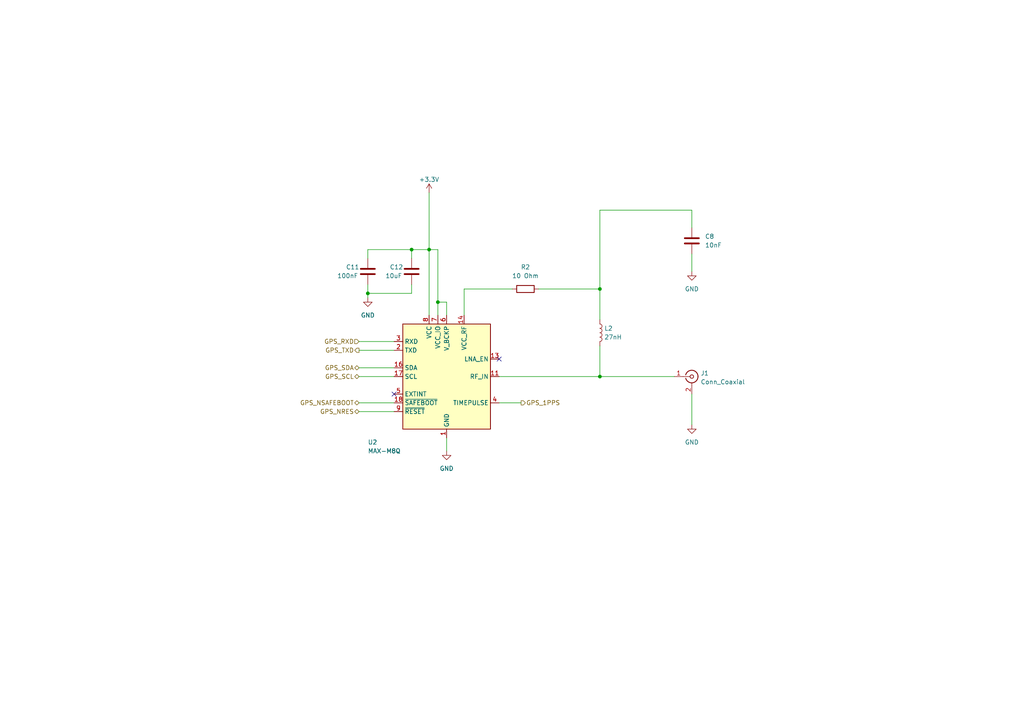
<source format=kicad_sch>
(kicad_sch (version 20211123) (generator eeschema)

  (uuid 69a392bd-f1da-437b-9f65-75776f3545dd)

  (paper "A4")

  (lib_symbols
    (symbol "Connector:Conn_Coaxial" (pin_names (offset 1.016) hide) (in_bom yes) (on_board yes)
      (property "Reference" "J" (id 0) (at 0.254 3.048 0)
        (effects (font (size 1.27 1.27)))
      )
      (property "Value" "Conn_Coaxial" (id 1) (at 2.921 0 90)
        (effects (font (size 1.27 1.27)))
      )
      (property "Footprint" "" (id 2) (at 0 0 0)
        (effects (font (size 1.27 1.27)) hide)
      )
      (property "Datasheet" " ~" (id 3) (at 0 0 0)
        (effects (font (size 1.27 1.27)) hide)
      )
      (property "ki_keywords" "BNC SMA SMB SMC LEMO coaxial connector CINCH RCA" (id 4) (at 0 0 0)
        (effects (font (size 1.27 1.27)) hide)
      )
      (property "ki_description" "coaxial connector (BNC, SMA, SMB, SMC, Cinch/RCA, LEMO, ...)" (id 5) (at 0 0 0)
        (effects (font (size 1.27 1.27)) hide)
      )
      (property "ki_fp_filters" "*BNC* *SMA* *SMB* *SMC* *Cinch* *LEMO*" (id 6) (at 0 0 0)
        (effects (font (size 1.27 1.27)) hide)
      )
      (symbol "Conn_Coaxial_0_1"
        (arc (start -1.778 -0.508) (mid 0.2311 -1.8066) (end 1.778 0)
          (stroke (width 0.254) (type default) (color 0 0 0 0))
          (fill (type none))
        )
        (polyline
          (pts
            (xy -2.54 0)
            (xy -0.508 0)
          )
          (stroke (width 0) (type default) (color 0 0 0 0))
          (fill (type none))
        )
        (polyline
          (pts
            (xy 0 -2.54)
            (xy 0 -1.778)
          )
          (stroke (width 0) (type default) (color 0 0 0 0))
          (fill (type none))
        )
        (circle (center 0 0) (radius 0.508)
          (stroke (width 0.2032) (type default) (color 0 0 0 0))
          (fill (type none))
        )
        (arc (start 1.778 0) (mid 0.2099 1.8101) (end -1.778 0.508)
          (stroke (width 0.254) (type default) (color 0 0 0 0))
          (fill (type none))
        )
      )
      (symbol "Conn_Coaxial_1_1"
        (pin passive line (at -5.08 0 0) (length 2.54)
          (name "In" (effects (font (size 1.27 1.27))))
          (number "1" (effects (font (size 1.27 1.27))))
        )
        (pin passive line (at 0 -5.08 90) (length 2.54)
          (name "Ext" (effects (font (size 1.27 1.27))))
          (number "2" (effects (font (size 1.27 1.27))))
        )
      )
    )
    (symbol "Device:C" (pin_numbers hide) (pin_names (offset 0.254)) (in_bom yes) (on_board yes)
      (property "Reference" "C" (id 0) (at 0.635 2.54 0)
        (effects (font (size 1.27 1.27)) (justify left))
      )
      (property "Value" "C" (id 1) (at 0.635 -2.54 0)
        (effects (font (size 1.27 1.27)) (justify left))
      )
      (property "Footprint" "" (id 2) (at 0.9652 -3.81 0)
        (effects (font (size 1.27 1.27)) hide)
      )
      (property "Datasheet" "~" (id 3) (at 0 0 0)
        (effects (font (size 1.27 1.27)) hide)
      )
      (property "ki_keywords" "cap capacitor" (id 4) (at 0 0 0)
        (effects (font (size 1.27 1.27)) hide)
      )
      (property "ki_description" "Unpolarized capacitor" (id 5) (at 0 0 0)
        (effects (font (size 1.27 1.27)) hide)
      )
      (property "ki_fp_filters" "C_*" (id 6) (at 0 0 0)
        (effects (font (size 1.27 1.27)) hide)
      )
      (symbol "C_0_1"
        (polyline
          (pts
            (xy -2.032 -0.762)
            (xy 2.032 -0.762)
          )
          (stroke (width 0.508) (type default) (color 0 0 0 0))
          (fill (type none))
        )
        (polyline
          (pts
            (xy -2.032 0.762)
            (xy 2.032 0.762)
          )
          (stroke (width 0.508) (type default) (color 0 0 0 0))
          (fill (type none))
        )
      )
      (symbol "C_1_1"
        (pin passive line (at 0 3.81 270) (length 2.794)
          (name "~" (effects (font (size 1.27 1.27))))
          (number "1" (effects (font (size 1.27 1.27))))
        )
        (pin passive line (at 0 -3.81 90) (length 2.794)
          (name "~" (effects (font (size 1.27 1.27))))
          (number "2" (effects (font (size 1.27 1.27))))
        )
      )
    )
    (symbol "Device:L" (pin_numbers hide) (pin_names (offset 1.016) hide) (in_bom yes) (on_board yes)
      (property "Reference" "L" (id 0) (at -1.27 0 90)
        (effects (font (size 1.27 1.27)))
      )
      (property "Value" "L" (id 1) (at 1.905 0 90)
        (effects (font (size 1.27 1.27)))
      )
      (property "Footprint" "" (id 2) (at 0 0 0)
        (effects (font (size 1.27 1.27)) hide)
      )
      (property "Datasheet" "~" (id 3) (at 0 0 0)
        (effects (font (size 1.27 1.27)) hide)
      )
      (property "ki_keywords" "inductor choke coil reactor magnetic" (id 4) (at 0 0 0)
        (effects (font (size 1.27 1.27)) hide)
      )
      (property "ki_description" "Inductor" (id 5) (at 0 0 0)
        (effects (font (size 1.27 1.27)) hide)
      )
      (property "ki_fp_filters" "Choke_* *Coil* Inductor_* L_*" (id 6) (at 0 0 0)
        (effects (font (size 1.27 1.27)) hide)
      )
      (symbol "L_0_1"
        (arc (start 0 -2.54) (mid 0.635 -1.905) (end 0 -1.27)
          (stroke (width 0) (type default) (color 0 0 0 0))
          (fill (type none))
        )
        (arc (start 0 -1.27) (mid 0.635 -0.635) (end 0 0)
          (stroke (width 0) (type default) (color 0 0 0 0))
          (fill (type none))
        )
        (arc (start 0 0) (mid 0.635 0.635) (end 0 1.27)
          (stroke (width 0) (type default) (color 0 0 0 0))
          (fill (type none))
        )
        (arc (start 0 1.27) (mid 0.635 1.905) (end 0 2.54)
          (stroke (width 0) (type default) (color 0 0 0 0))
          (fill (type none))
        )
      )
      (symbol "L_1_1"
        (pin passive line (at 0 3.81 270) (length 1.27)
          (name "1" (effects (font (size 1.27 1.27))))
          (number "1" (effects (font (size 1.27 1.27))))
        )
        (pin passive line (at 0 -3.81 90) (length 1.27)
          (name "2" (effects (font (size 1.27 1.27))))
          (number "2" (effects (font (size 1.27 1.27))))
        )
      )
    )
    (symbol "Device:R" (pin_numbers hide) (pin_names (offset 0)) (in_bom yes) (on_board yes)
      (property "Reference" "R" (id 0) (at 2.032 0 90)
        (effects (font (size 1.27 1.27)))
      )
      (property "Value" "R" (id 1) (at 0 0 90)
        (effects (font (size 1.27 1.27)))
      )
      (property "Footprint" "" (id 2) (at -1.778 0 90)
        (effects (font (size 1.27 1.27)) hide)
      )
      (property "Datasheet" "~" (id 3) (at 0 0 0)
        (effects (font (size 1.27 1.27)) hide)
      )
      (property "ki_keywords" "R res resistor" (id 4) (at 0 0 0)
        (effects (font (size 1.27 1.27)) hide)
      )
      (property "ki_description" "Resistor" (id 5) (at 0 0 0)
        (effects (font (size 1.27 1.27)) hide)
      )
      (property "ki_fp_filters" "R_*" (id 6) (at 0 0 0)
        (effects (font (size 1.27 1.27)) hide)
      )
      (symbol "R_0_1"
        (rectangle (start -1.016 -2.54) (end 1.016 2.54)
          (stroke (width 0.254) (type default) (color 0 0 0 0))
          (fill (type none))
        )
      )
      (symbol "R_1_1"
        (pin passive line (at 0 3.81 270) (length 1.27)
          (name "~" (effects (font (size 1.27 1.27))))
          (number "1" (effects (font (size 1.27 1.27))))
        )
        (pin passive line (at 0 -3.81 90) (length 1.27)
          (name "~" (effects (font (size 1.27 1.27))))
          (number "2" (effects (font (size 1.27 1.27))))
        )
      )
    )
    (symbol "RF_GPS:MAX-M8Q" (in_bom yes) (on_board yes)
      (property "Reference" "U" (id 0) (at -10.16 16.51 0)
        (effects (font (size 1.27 1.27)))
      )
      (property "Value" "MAX-M8Q" (id 1) (at 11.43 16.51 0)
        (effects (font (size 1.27 1.27)))
      )
      (property "Footprint" "RF_GPS:ublox_MAX" (id 2) (at 10.16 -16.51 0)
        (effects (font (size 1.27 1.27)) hide)
      )
      (property "Datasheet" "https://www.u-blox.com/sites/default/files/MAX-M8-FW3_DataSheet_%28UBX-15031506%29.pdf" (id 3) (at 0 0 0)
        (effects (font (size 1.27 1.27)) hide)
      )
      (property "ki_keywords" "ublox GPS GNSS module" (id 4) (at 0 0 0)
        (effects (font (size 1.27 1.27)) hide)
      )
      (property "ki_description" "GNSS Module MAX M8, VCC 2.7V to 3.6V" (id 5) (at 0 0 0)
        (effects (font (size 1.27 1.27)) hide)
      )
      (property "ki_fp_filters" "ublox*MAX*" (id 6) (at 0 0 0)
        (effects (font (size 1.27 1.27)) hide)
      )
      (symbol "MAX-M8Q_0_1"
        (rectangle (start 12.7 15.24) (end -12.7 -15.24)
          (stroke (width 0.254) (type default) (color 0 0 0 0))
          (fill (type background))
        )
      )
      (symbol "MAX-M8Q_1_1"
        (pin power_in line (at 0 -17.78 90) (length 2.54)
          (name "GND" (effects (font (size 1.27 1.27))))
          (number "1" (effects (font (size 1.27 1.27))))
        )
        (pin passive line (at 0 -17.78 90) (length 2.54) hide
          (name "GND" (effects (font (size 1.27 1.27))))
          (number "10" (effects (font (size 1.27 1.27))))
        )
        (pin input line (at 15.24 0 180) (length 2.54)
          (name "RF_IN" (effects (font (size 1.27 1.27))))
          (number "11" (effects (font (size 1.27 1.27))))
        )
        (pin passive line (at 0 -17.78 90) (length 2.54) hide
          (name "GND" (effects (font (size 1.27 1.27))))
          (number "12" (effects (font (size 1.27 1.27))))
        )
        (pin output line (at 15.24 5.08 180) (length 2.54)
          (name "LNA_EN" (effects (font (size 1.27 1.27))))
          (number "13" (effects (font (size 1.27 1.27))))
        )
        (pin power_out line (at 5.08 17.78 270) (length 2.54)
          (name "VCC_RF" (effects (font (size 1.27 1.27))))
          (number "14" (effects (font (size 1.27 1.27))))
        )
        (pin no_connect line (at 12.7 -5.08 180) (length 2.54) hide
          (name "Reserved" (effects (font (size 1.27 1.27))))
          (number "15" (effects (font (size 1.27 1.27))))
        )
        (pin bidirectional line (at -15.24 2.54 0) (length 2.54)
          (name "SDA" (effects (font (size 1.27 1.27))))
          (number "16" (effects (font (size 1.27 1.27))))
        )
        (pin input line (at -15.24 0 0) (length 2.54)
          (name "SCL" (effects (font (size 1.27 1.27))))
          (number "17" (effects (font (size 1.27 1.27))))
        )
        (pin input line (at -15.24 -7.62 0) (length 2.54)
          (name "~{SAFEBOOT}" (effects (font (size 1.27 1.27))))
          (number "18" (effects (font (size 1.27 1.27))))
        )
        (pin output line (at -15.24 7.62 0) (length 2.54)
          (name "TXD" (effects (font (size 1.27 1.27))))
          (number "2" (effects (font (size 1.27 1.27))))
        )
        (pin input line (at -15.24 10.16 0) (length 2.54)
          (name "RXD" (effects (font (size 1.27 1.27))))
          (number "3" (effects (font (size 1.27 1.27))))
        )
        (pin output line (at 15.24 -7.62 180) (length 2.54)
          (name "TIMEPULSE" (effects (font (size 1.27 1.27))))
          (number "4" (effects (font (size 1.27 1.27))))
        )
        (pin input line (at -15.24 -5.08 0) (length 2.54)
          (name "EXTINT" (effects (font (size 1.27 1.27))))
          (number "5" (effects (font (size 1.27 1.27))))
        )
        (pin power_in line (at 0 17.78 270) (length 2.54)
          (name "V_BCKP" (effects (font (size 1.27 1.27))))
          (number "6" (effects (font (size 1.27 1.27))))
        )
        (pin power_in line (at -2.54 17.78 270) (length 2.54)
          (name "VCC_IO" (effects (font (size 1.27 1.27))))
          (number "7" (effects (font (size 1.27 1.27))))
        )
        (pin power_in line (at -5.08 17.78 270) (length 2.54)
          (name "VCC" (effects (font (size 1.27 1.27))))
          (number "8" (effects (font (size 1.27 1.27))))
        )
        (pin input line (at -15.24 -10.16 0) (length 2.54)
          (name "~{RESET}" (effects (font (size 1.27 1.27))))
          (number "9" (effects (font (size 1.27 1.27))))
        )
      )
    )
    (symbol "power:+3.3V" (power) (pin_names (offset 0)) (in_bom yes) (on_board yes)
      (property "Reference" "#PWR" (id 0) (at 0 -3.81 0)
        (effects (font (size 1.27 1.27)) hide)
      )
      (property "Value" "+3.3V" (id 1) (at 0 3.556 0)
        (effects (font (size 1.27 1.27)))
      )
      (property "Footprint" "" (id 2) (at 0 0 0)
        (effects (font (size 1.27 1.27)) hide)
      )
      (property "Datasheet" "" (id 3) (at 0 0 0)
        (effects (font (size 1.27 1.27)) hide)
      )
      (property "ki_keywords" "power-flag" (id 4) (at 0 0 0)
        (effects (font (size 1.27 1.27)) hide)
      )
      (property "ki_description" "Power symbol creates a global label with name \"+3.3V\"" (id 5) (at 0 0 0)
        (effects (font (size 1.27 1.27)) hide)
      )
      (symbol "+3.3V_0_1"
        (polyline
          (pts
            (xy -0.762 1.27)
            (xy 0 2.54)
          )
          (stroke (width 0) (type default) (color 0 0 0 0))
          (fill (type none))
        )
        (polyline
          (pts
            (xy 0 0)
            (xy 0 2.54)
          )
          (stroke (width 0) (type default) (color 0 0 0 0))
          (fill (type none))
        )
        (polyline
          (pts
            (xy 0 2.54)
            (xy 0.762 1.27)
          )
          (stroke (width 0) (type default) (color 0 0 0 0))
          (fill (type none))
        )
      )
      (symbol "+3.3V_1_1"
        (pin power_in line (at 0 0 90) (length 0) hide
          (name "+3.3V" (effects (font (size 1.27 1.27))))
          (number "1" (effects (font (size 1.27 1.27))))
        )
      )
    )
    (symbol "power:GND" (power) (pin_names (offset 0)) (in_bom yes) (on_board yes)
      (property "Reference" "#PWR" (id 0) (at 0 -6.35 0)
        (effects (font (size 1.27 1.27)) hide)
      )
      (property "Value" "GND" (id 1) (at 0 -3.81 0)
        (effects (font (size 1.27 1.27)))
      )
      (property "Footprint" "" (id 2) (at 0 0 0)
        (effects (font (size 1.27 1.27)) hide)
      )
      (property "Datasheet" "" (id 3) (at 0 0 0)
        (effects (font (size 1.27 1.27)) hide)
      )
      (property "ki_keywords" "power-flag" (id 4) (at 0 0 0)
        (effects (font (size 1.27 1.27)) hide)
      )
      (property "ki_description" "Power symbol creates a global label with name \"GND\" , ground" (id 5) (at 0 0 0)
        (effects (font (size 1.27 1.27)) hide)
      )
      (symbol "GND_0_1"
        (polyline
          (pts
            (xy 0 0)
            (xy 0 -1.27)
            (xy 1.27 -1.27)
            (xy 0 -2.54)
            (xy -1.27 -1.27)
            (xy 0 -1.27)
          )
          (stroke (width 0) (type default) (color 0 0 0 0))
          (fill (type none))
        )
      )
      (symbol "GND_1_1"
        (pin power_in line (at 0 0 270) (length 0) hide
          (name "GND" (effects (font (size 1.27 1.27))))
          (number "1" (effects (font (size 1.27 1.27))))
        )
      )
    )
  )

  (junction (at 127 87.63) (diameter 0) (color 0 0 0 0)
    (uuid 083cb068-0e57-44af-800a-073804f5bcea)
  )
  (junction (at 124.46 72.39) (diameter 0) (color 0 0 0 0)
    (uuid 2e027ad4-2d9d-455a-8c95-3695ae46c58d)
  )
  (junction (at 106.68 85.09) (diameter 0) (color 0 0 0 0)
    (uuid 72402d14-0227-4ea9-a693-2397a7d6721d)
  )
  (junction (at 173.99 109.22) (diameter 0) (color 0 0 0 0)
    (uuid 8871d507-266e-4101-9c23-9d34ed1a60d1)
  )
  (junction (at 173.99 83.82) (diameter 0) (color 0 0 0 0)
    (uuid 8a2e251b-1365-4ce4-a230-ff8a78352e7e)
  )
  (junction (at 119.38 72.39) (diameter 0) (color 0 0 0 0)
    (uuid db147431-c330-4dbf-a82c-e8788cfb6c30)
  )

  (no_connect (at 114.3 114.3) (uuid 1fd3a9a7-7927-43c8-903d-ef8b97b8576c))
  (no_connect (at 144.78 104.14) (uuid c91df111-e5b2-4cbc-af0d-b2578b9c6566))

  (wire (pts (xy 124.46 55.88) (xy 124.46 72.39))
    (stroke (width 0) (type default) (color 0 0 0 0))
    (uuid 079bae5f-0fc2-44b3-80dc-3e6b1dde0740)
  )
  (wire (pts (xy 173.99 109.22) (xy 195.58 109.22))
    (stroke (width 0) (type default) (color 0 0 0 0))
    (uuid 10dd0dbf-1539-4a1d-8523-13ec1a9389ce)
  )
  (wire (pts (xy 173.99 60.96) (xy 173.99 83.82))
    (stroke (width 0) (type default) (color 0 0 0 0))
    (uuid 2b8dc5d2-b1de-4b9d-9255-3ff301c7a9b6)
  )
  (wire (pts (xy 156.21 83.82) (xy 173.99 83.82))
    (stroke (width 0) (type default) (color 0 0 0 0))
    (uuid 32bbce21-86c9-46ff-8c8b-0bc00af67a82)
  )
  (wire (pts (xy 200.66 78.74) (xy 200.66 73.66))
    (stroke (width 0) (type default) (color 0 0 0 0))
    (uuid 4d4d932e-e075-4295-aa07-b6b6717a50f5)
  )
  (wire (pts (xy 104.14 119.38) (xy 114.3 119.38))
    (stroke (width 0) (type default) (color 0 0 0 0))
    (uuid 50ded808-2b36-46de-a579-3b840dc754bd)
  )
  (wire (pts (xy 104.14 109.22) (xy 114.3 109.22))
    (stroke (width 0) (type default) (color 0 0 0 0))
    (uuid 675a3a88-1596-4e5e-96cc-8147e5d80dd0)
  )
  (wire (pts (xy 106.68 72.39) (xy 119.38 72.39))
    (stroke (width 0) (type default) (color 0 0 0 0))
    (uuid 6a50fe22-09ef-4af4-b78a-44833558f29a)
  )
  (wire (pts (xy 200.66 60.96) (xy 173.99 60.96))
    (stroke (width 0) (type default) (color 0 0 0 0))
    (uuid 6d997f26-e0d6-4c87-bb44-69628e49099b)
  )
  (wire (pts (xy 144.78 116.84) (xy 151.13 116.84))
    (stroke (width 0) (type default) (color 0 0 0 0))
    (uuid 778e6638-4696-4484-b044-4d8b2d3d13d9)
  )
  (wire (pts (xy 129.54 127) (xy 129.54 130.81))
    (stroke (width 0) (type default) (color 0 0 0 0))
    (uuid 81a2d59f-dafc-465a-8d0c-a9ccb1e072dc)
  )
  (wire (pts (xy 173.99 83.82) (xy 173.99 92.71))
    (stroke (width 0) (type default) (color 0 0 0 0))
    (uuid 822f1081-65ab-42c6-9f12-3768fca08ad9)
  )
  (wire (pts (xy 124.46 72.39) (xy 127 72.39))
    (stroke (width 0) (type default) (color 0 0 0 0))
    (uuid 83329656-9ad3-49d5-b752-cb3fffc9561c)
  )
  (wire (pts (xy 173.99 100.33) (xy 173.99 109.22))
    (stroke (width 0) (type default) (color 0 0 0 0))
    (uuid 87712b1c-feca-494d-9f21-7626c6f3f2e7)
  )
  (wire (pts (xy 104.14 101.6) (xy 114.3 101.6))
    (stroke (width 0) (type default) (color 0 0 0 0))
    (uuid 89d23b75-cb5d-4fa0-889f-c3389a5608f6)
  )
  (wire (pts (xy 104.14 116.84) (xy 114.3 116.84))
    (stroke (width 0) (type default) (color 0 0 0 0))
    (uuid 8c95345b-3d48-4dd1-9e61-76355646a742)
  )
  (wire (pts (xy 104.14 99.06) (xy 114.3 99.06))
    (stroke (width 0) (type default) (color 0 0 0 0))
    (uuid 915c2ad9-eb15-4388-967a-8e2258eff91c)
  )
  (wire (pts (xy 134.62 83.82) (xy 148.59 83.82))
    (stroke (width 0) (type default) (color 0 0 0 0))
    (uuid 923b24dc-4a88-4115-83cd-0a7f03278332)
  )
  (wire (pts (xy 127 87.63) (xy 129.54 87.63))
    (stroke (width 0) (type default) (color 0 0 0 0))
    (uuid 93b5ef09-137d-4768-b0cb-5fad7fe25f3c)
  )
  (wire (pts (xy 104.14 106.68) (xy 114.3 106.68))
    (stroke (width 0) (type default) (color 0 0 0 0))
    (uuid a37ec138-04dd-44c4-a485-09182367483e)
  )
  (wire (pts (xy 129.54 87.63) (xy 129.54 91.44))
    (stroke (width 0) (type default) (color 0 0 0 0))
    (uuid a4a1cda9-ef9a-4271-b57d-d2ff2ab95a09)
  )
  (wire (pts (xy 106.68 74.93) (xy 106.68 72.39))
    (stroke (width 0) (type default) (color 0 0 0 0))
    (uuid a7645b92-121c-4bfb-b087-7d1e3cc5ab37)
  )
  (wire (pts (xy 127 72.39) (xy 127 87.63))
    (stroke (width 0) (type default) (color 0 0 0 0))
    (uuid ae3fa662-71a6-4094-9da6-b233d5107ba3)
  )
  (wire (pts (xy 127 87.63) (xy 127 91.44))
    (stroke (width 0) (type default) (color 0 0 0 0))
    (uuid b5a47c83-7d03-4840-9f4f-945caf378e31)
  )
  (wire (pts (xy 119.38 72.39) (xy 124.46 72.39))
    (stroke (width 0) (type default) (color 0 0 0 0))
    (uuid bef98afc-967e-4221-b5ee-a168323bfded)
  )
  (wire (pts (xy 144.78 109.22) (xy 173.99 109.22))
    (stroke (width 0) (type default) (color 0 0 0 0))
    (uuid c2e1c822-0c08-4b37-acfe-e237154290f4)
  )
  (wire (pts (xy 119.38 72.39) (xy 119.38 74.93))
    (stroke (width 0) (type default) (color 0 0 0 0))
    (uuid c6ab68bc-8f00-42a8-82d1-d524b8bca75e)
  )
  (wire (pts (xy 200.66 66.04) (xy 200.66 60.96))
    (stroke (width 0) (type default) (color 0 0 0 0))
    (uuid c70385c9-04bc-4eb2-94f7-751d24fa9467)
  )
  (wire (pts (xy 134.62 91.44) (xy 134.62 83.82))
    (stroke (width 0) (type default) (color 0 0 0 0))
    (uuid c940c9ec-350a-42e0-b533-21cd46be0b22)
  )
  (wire (pts (xy 106.68 85.09) (xy 106.68 82.55))
    (stroke (width 0) (type default) (color 0 0 0 0))
    (uuid d44b6def-9f11-4187-99d2-6d99587ae825)
  )
  (wire (pts (xy 200.66 114.3) (xy 200.66 123.19))
    (stroke (width 0) (type default) (color 0 0 0 0))
    (uuid e481bb14-8257-4759-8445-483f51ec386c)
  )
  (wire (pts (xy 106.68 85.09) (xy 119.38 85.09))
    (stroke (width 0) (type default) (color 0 0 0 0))
    (uuid ea41e662-e471-4cbc-9b7a-22ad816c7078)
  )
  (wire (pts (xy 124.46 91.44) (xy 124.46 72.39))
    (stroke (width 0) (type default) (color 0 0 0 0))
    (uuid ea598b76-b5f0-4e02-857f-26474ad8fe2c)
  )
  (wire (pts (xy 119.38 82.55) (xy 119.38 85.09))
    (stroke (width 0) (type default) (color 0 0 0 0))
    (uuid eda5cbcc-aedb-42d6-889c-56d396bbf5d2)
  )
  (wire (pts (xy 106.68 86.36) (xy 106.68 85.09))
    (stroke (width 0) (type default) (color 0 0 0 0))
    (uuid f76099e4-6318-4463-8b53-1a1a9769b703)
  )

  (hierarchical_label "GPS_RXD" (shape input) (at 104.14 99.06 180)
    (effects (font (size 1.27 1.27)) (justify right))
    (uuid 0a032e4c-9e54-4407-9cd1-f6fb697ce6ae)
  )
  (hierarchical_label "GPS_SCL" (shape bidirectional) (at 104.14 109.22 180)
    (effects (font (size 1.27 1.27)) (justify right))
    (uuid 3e0c75a2-57c8-4bcd-aa89-ffa9be7159bc)
  )
  (hierarchical_label "GPS_1PPS" (shape output) (at 151.13 116.84 0)
    (effects (font (size 1.27 1.27)) (justify left))
    (uuid 445662bb-6e60-49f8-b89e-c77a60208067)
  )
  (hierarchical_label "GPS_NSAFEBOOT" (shape bidirectional) (at 104.14 116.84 180)
    (effects (font (size 1.27 1.27)) (justify right))
    (uuid 474a3497-c947-4ca3-a136-9ac320353ad8)
  )
  (hierarchical_label "GPS_NRES" (shape bidirectional) (at 104.14 119.38 180)
    (effects (font (size 1.27 1.27)) (justify right))
    (uuid bbf95f7e-4d1f-4c24-b04c-7dd83643ec9b)
  )
  (hierarchical_label "GPS_TXD" (shape output) (at 104.14 101.6 180)
    (effects (font (size 1.27 1.27)) (justify right))
    (uuid c7d1122e-453d-4937-ad37-794f0f2343af)
  )
  (hierarchical_label "GPS_SDA" (shape bidirectional) (at 104.14 106.68 180)
    (effects (font (size 1.27 1.27)) (justify right))
    (uuid e1efc624-2b90-446e-9231-12bea3ff5fb0)
  )

  (symbol (lib_id "power:GND") (at 200.66 123.19 0) (unit 1)
    (in_bom yes) (on_board yes) (fields_autoplaced)
    (uuid 1810412a-ed5b-4bb4-a68f-47225649fa88)
    (property "Reference" "#PWR0103" (id 0) (at 200.66 129.54 0)
      (effects (font (size 1.27 1.27)) hide)
    )
    (property "Value" "GND" (id 1) (at 200.66 128.27 0))
    (property "Footprint" "" (id 2) (at 200.66 123.19 0)
      (effects (font (size 1.27 1.27)) hide)
    )
    (property "Datasheet" "" (id 3) (at 200.66 123.19 0)
      (effects (font (size 1.27 1.27)) hide)
    )
    (pin "1" (uuid 4c2adb3f-04ea-4907-b423-030e7130121e))
  )

  (symbol (lib_id "RF_GPS:MAX-M8Q") (at 129.54 109.22 0) (unit 1)
    (in_bom yes) (on_board yes)
    (uuid 27cbbdd0-0532-474f-b527-ac1257ddb455)
    (property "Reference" "U2" (id 0) (at 106.68 128.27 0)
      (effects (font (size 1.27 1.27)) (justify left))
    )
    (property "Value" "MAX-M8Q" (id 1) (at 106.68 130.81 0)
      (effects (font (size 1.27 1.27)) (justify left))
    )
    (property "Footprint" "RF_GPS:ublox_MAX" (id 2) (at 139.7 125.73 0)
      (effects (font (size 1.27 1.27)) hide)
    )
    (property "Datasheet" "https://www.u-blox.com/sites/default/files/MAX-M8-FW3_DataSheet_%28UBX-15031506%29.pdf" (id 3) (at 129.54 109.22 0)
      (effects (font (size 1.27 1.27)) hide)
    )
    (pin "1" (uuid 4e69e382-29c4-4b59-ac67-cf9cd71c8cbc))
    (pin "10" (uuid 11f0e253-4e62-45d3-b816-70b79bcba3a7))
    (pin "11" (uuid c3945a33-b39c-4f9b-8ea9-213d9e1da9de))
    (pin "12" (uuid 01682646-fcd0-4fb4-acda-af8249c61880))
    (pin "13" (uuid c53b4446-3cb8-4b69-b706-60d67e38a538))
    (pin "14" (uuid 0f3eb7a5-c658-4f6d-85a8-af8bd2c9c7dc))
    (pin "15" (uuid caccb96d-876e-4d0e-bff8-2d70a39b48ef))
    (pin "16" (uuid cb399816-9c19-40c2-8a1c-69844872cd79))
    (pin "17" (uuid 1b1d8230-a961-4a97-92d5-8942bb238b39))
    (pin "18" (uuid df864be9-764d-4e25-bed1-9132bc2e10a2))
    (pin "2" (uuid 623c6ee5-f48c-4c56-84d3-1a374a0247f1))
    (pin "3" (uuid d5e5a3f8-e2bb-4779-aa4e-7d0ac869114d))
    (pin "4" (uuid 8537d8e4-3e7a-4740-b4c0-244d41d33032))
    (pin "5" (uuid d727c2ff-f66d-4a89-8f33-c3e669d05a0c))
    (pin "6" (uuid 8537ac9b-d7f4-4c94-a3a6-b784f48cbe39))
    (pin "7" (uuid 1c99890d-df00-4424-96e5-661bf96355c4))
    (pin "8" (uuid 541d94df-9722-4218-a69c-72bb8a5440f0))
    (pin "9" (uuid 3b64b9d9-1246-48be-a3d0-c53ca278669c))
  )

  (symbol (lib_id "power:GND") (at 200.66 78.74 0) (unit 1)
    (in_bom yes) (on_board yes) (fields_autoplaced)
    (uuid 57c20c7f-3f98-4653-9bfc-208f45e6923e)
    (property "Reference" "#PWR0102" (id 0) (at 200.66 85.09 0)
      (effects (font (size 1.27 1.27)) hide)
    )
    (property "Value" "GND" (id 1) (at 200.66 83.82 0))
    (property "Footprint" "" (id 2) (at 200.66 78.74 0)
      (effects (font (size 1.27 1.27)) hide)
    )
    (property "Datasheet" "" (id 3) (at 200.66 78.74 0)
      (effects (font (size 1.27 1.27)) hide)
    )
    (pin "1" (uuid 4c542c59-8229-4887-91f4-cf410de0c19d))
  )

  (symbol (lib_id "Connector:Conn_Coaxial") (at 200.66 109.22 0) (unit 1)
    (in_bom yes) (on_board yes) (fields_autoplaced)
    (uuid 644fd1d5-0dd9-4b76-a36d-ddb1fb52a7b6)
    (property "Reference" "J1" (id 0) (at 203.2 108.2431 0)
      (effects (font (size 1.27 1.27)) (justify left))
    )
    (property "Value" "Conn_Coaxial" (id 1) (at 203.2 110.7831 0)
      (effects (font (size 1.27 1.27)) (justify left))
    )
    (property "Footprint" "" (id 2) (at 200.66 109.22 0)
      (effects (font (size 1.27 1.27)) hide)
    )
    (property "Datasheet" " ~" (id 3) (at 200.66 109.22 0)
      (effects (font (size 1.27 1.27)) hide)
    )
    (pin "1" (uuid 0354c0f8-340c-4a06-a708-4d6160f098fe))
    (pin "2" (uuid 917d965a-fec1-4e23-b46f-4cafeb208c7c))
  )

  (symbol (lib_id "power:GND") (at 106.68 86.36 0) (unit 1)
    (in_bom yes) (on_board yes) (fields_autoplaced)
    (uuid 787599bc-6028-438c-b2ca-5c1b4553be29)
    (property "Reference" "#PWR0105" (id 0) (at 106.68 92.71 0)
      (effects (font (size 1.27 1.27)) hide)
    )
    (property "Value" "GND" (id 1) (at 106.68 91.44 0))
    (property "Footprint" "" (id 2) (at 106.68 86.36 0)
      (effects (font (size 1.27 1.27)) hide)
    )
    (property "Datasheet" "" (id 3) (at 106.68 86.36 0)
      (effects (font (size 1.27 1.27)) hide)
    )
    (pin "1" (uuid 63e18c84-4c5b-4a40-96db-e02f39f33cda))
  )

  (symbol (lib_id "power:+3.3V") (at 124.46 55.88 0) (unit 1)
    (in_bom yes) (on_board yes)
    (uuid 7d81221c-e9ab-48af-b7d7-1815223804b6)
    (property "Reference" "#PWR0104" (id 0) (at 124.46 59.69 0)
      (effects (font (size 1.27 1.27)) hide)
    )
    (property "Value" "+3.3V" (id 1) (at 124.46 52.07 0))
    (property "Footprint" "" (id 2) (at 124.46 55.88 0)
      (effects (font (size 1.27 1.27)) hide)
    )
    (property "Datasheet" "" (id 3) (at 124.46 55.88 0)
      (effects (font (size 1.27 1.27)) hide)
    )
    (pin "1" (uuid af6f5174-91fd-4462-b340-fda5e9610566))
  )

  (symbol (lib_id "Device:C") (at 106.68 78.74 0) (unit 1)
    (in_bom yes) (on_board yes)
    (uuid 84f3c0dc-174b-42b2-b519-5c117804d11a)
    (property "Reference" "C11" (id 0) (at 100.33 77.47 0)
      (effects (font (size 1.27 1.27)) (justify left))
    )
    (property "Value" "100nF" (id 1) (at 97.79 80.01 0)
      (effects (font (size 1.27 1.27)) (justify left))
    )
    (property "Footprint" "" (id 2) (at 107.6452 82.55 0)
      (effects (font (size 1.27 1.27)) hide)
    )
    (property "Datasheet" "~" (id 3) (at 106.68 78.74 0)
      (effects (font (size 1.27 1.27)) hide)
    )
    (pin "1" (uuid b7a2525a-8306-46a8-9ed1-133f6b348ad1))
    (pin "2" (uuid 6a7172f3-0cd1-4052-b9fb-c96b55426439))
  )

  (symbol (lib_id "Device:C") (at 119.38 78.74 0) (unit 1)
    (in_bom yes) (on_board yes)
    (uuid 9acf1ab0-855e-486d-a4e4-205d12488aa1)
    (property "Reference" "C12" (id 0) (at 113.03 77.47 0)
      (effects (font (size 1.27 1.27)) (justify left))
    )
    (property "Value" "10uF" (id 1) (at 111.76 80.01 0)
      (effects (font (size 1.27 1.27)) (justify left))
    )
    (property "Footprint" "" (id 2) (at 120.3452 82.55 0)
      (effects (font (size 1.27 1.27)) hide)
    )
    (property "Datasheet" "~" (id 3) (at 119.38 78.74 0)
      (effects (font (size 1.27 1.27)) hide)
    )
    (pin "1" (uuid 34a090b8-bb63-40be-947b-b828ad7d8666))
    (pin "2" (uuid 77dcb014-cfaa-489c-8c80-21dbd76cea19))
  )

  (symbol (lib_id "Device:R") (at 152.4 83.82 90) (unit 1)
    (in_bom yes) (on_board yes) (fields_autoplaced)
    (uuid a2c4cb1e-ae3b-4df8-bf5e-ecdaac4fa95d)
    (property "Reference" "R2" (id 0) (at 152.4 77.47 90))
    (property "Value" "10 Ohm" (id 1) (at 152.4 80.01 90))
    (property "Footprint" "" (id 2) (at 152.4 85.598 90)
      (effects (font (size 1.27 1.27)) hide)
    )
    (property "Datasheet" "~" (id 3) (at 152.4 83.82 0)
      (effects (font (size 1.27 1.27)) hide)
    )
    (pin "1" (uuid 533671cc-d221-43ba-9dc2-13a210ba06ad))
    (pin "2" (uuid c37e6036-5cdc-4fc3-a79c-7a397e20a411))
  )

  (symbol (lib_id "Device:C") (at 200.66 69.85 0) (unit 1)
    (in_bom yes) (on_board yes) (fields_autoplaced)
    (uuid b16e5f76-da13-4db4-9b9e-1edca3725b44)
    (property "Reference" "C8" (id 0) (at 204.47 68.5799 0)
      (effects (font (size 1.27 1.27)) (justify left))
    )
    (property "Value" "10nF" (id 1) (at 204.47 71.1199 0)
      (effects (font (size 1.27 1.27)) (justify left))
    )
    (property "Footprint" "" (id 2) (at 201.6252 73.66 0)
      (effects (font (size 1.27 1.27)) hide)
    )
    (property "Datasheet" "~" (id 3) (at 200.66 69.85 0)
      (effects (font (size 1.27 1.27)) hide)
    )
    (pin "1" (uuid 0e799b22-2a7c-4a09-87a0-6821710b0a24))
    (pin "2" (uuid 3799f08c-cc04-4b6c-9711-0dd3456ae5f2))
  )

  (symbol (lib_id "power:GND") (at 129.54 130.81 0) (unit 1)
    (in_bom yes) (on_board yes) (fields_autoplaced)
    (uuid d87f6ea3-c060-42a5-97a0-420a1c921045)
    (property "Reference" "#PWR0101" (id 0) (at 129.54 137.16 0)
      (effects (font (size 1.27 1.27)) hide)
    )
    (property "Value" "GND" (id 1) (at 129.54 135.89 0))
    (property "Footprint" "" (id 2) (at 129.54 130.81 0)
      (effects (font (size 1.27 1.27)) hide)
    )
    (property "Datasheet" "" (id 3) (at 129.54 130.81 0)
      (effects (font (size 1.27 1.27)) hide)
    )
    (pin "1" (uuid 6ce9b92e-a712-4b48-9075-615d4e3ec7ae))
  )

  (symbol (lib_id "Device:L") (at 173.99 96.52 0) (unit 1)
    (in_bom yes) (on_board yes) (fields_autoplaced)
    (uuid ebba5298-8112-4586-9cf1-e4f498da6ef8)
    (property "Reference" "L2" (id 0) (at 175.26 95.2499 0)
      (effects (font (size 1.27 1.27)) (justify left))
    )
    (property "Value" "27nH" (id 1) (at 175.26 97.7899 0)
      (effects (font (size 1.27 1.27)) (justify left))
    )
    (property "Footprint" "" (id 2) (at 173.99 96.52 0)
      (effects (font (size 1.27 1.27)) hide)
    )
    (property "Datasheet" "~" (id 3) (at 173.99 96.52 0)
      (effects (font (size 1.27 1.27)) hide)
    )
    (pin "1" (uuid 7de61673-393f-4235-8195-d5da7972db46))
    (pin "2" (uuid a3a0c245-ea16-480c-b8ee-4c87447ceb03))
  )
)

</source>
